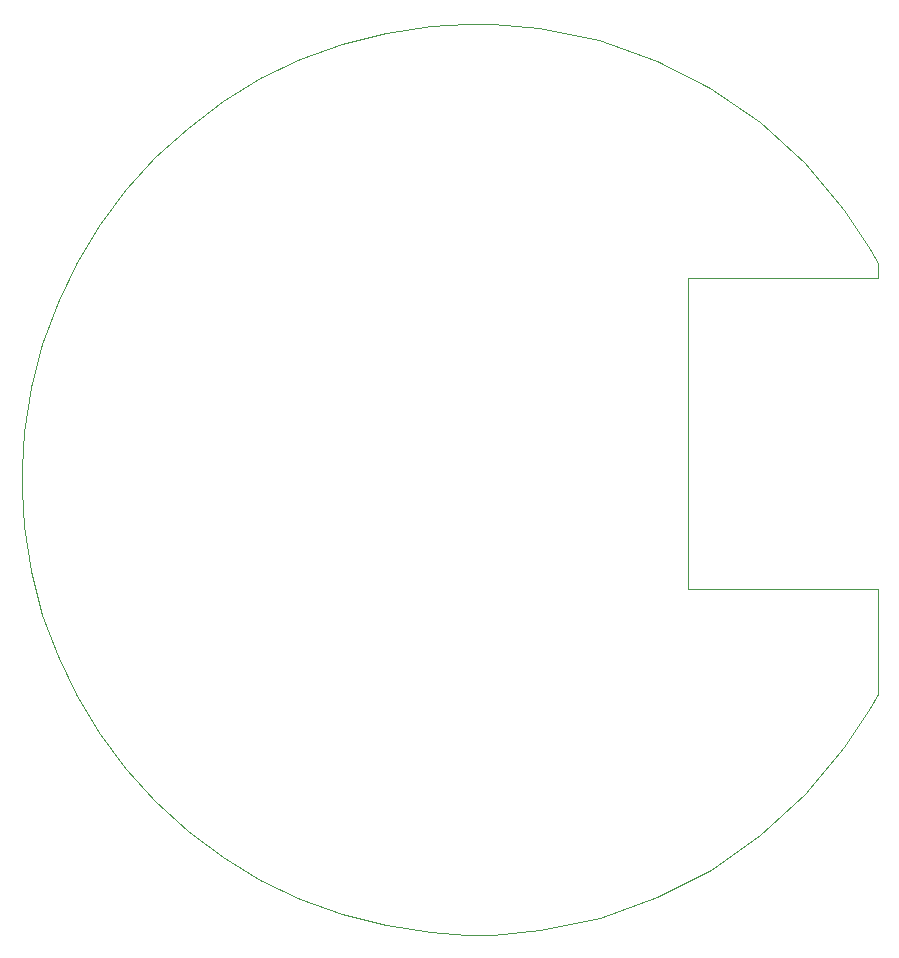
<source format=gm1>
G04 #@! TF.FileFunction,Profile,NP*
%FSLAX46Y46*%
G04 Gerber Fmt 4.6, Leading zero omitted, Abs format (unit mm)*
G04 Created by KiCad (PCBNEW 4.0.5-e0-6337~49~ubuntu16.04.1) date Wed Jan 25 22:29:53 2017*
%MOMM*%
%LPD*%
G01*
G04 APERTURE LIST*
%ADD10C,0.100000*%
G04 APERTURE END LIST*
D10*
X159882078Y-56876696D02*
X158572962Y-56875172D01*
X163812474Y-57241694D02*
X159882078Y-56876696D01*
X168886378Y-58300112D02*
X163812474Y-57241694D01*
X173729904Y-60011818D02*
X168886378Y-58300112D01*
X178287172Y-62341760D02*
X173729904Y-60011818D01*
X182495952Y-65253616D02*
X178287172Y-62341760D01*
X186296300Y-68711318D02*
X182495952Y-65253616D01*
X189628272Y-72680068D02*
X186296300Y-68711318D01*
X191811148Y-75969368D02*
X189628272Y-72680068D01*
X192434210Y-77122782D02*
X191811148Y-75969368D01*
X192434210Y-78443074D02*
X192434210Y-77122782D01*
X176415700Y-78443074D02*
X192434210Y-78443074D01*
X176415700Y-104756458D02*
X176415700Y-78443074D01*
X192434210Y-104756458D02*
X176415700Y-104756458D01*
X192434210Y-113679402D02*
X192434210Y-104756458D01*
X191814196Y-114835584D02*
X192434210Y-113679402D01*
X189636654Y-118134587D02*
X191814196Y-114835584D01*
X186308746Y-122115758D02*
X189636654Y-118134587D01*
X182510938Y-125585652D02*
X186308746Y-122115758D01*
X178303682Y-128509852D02*
X182510938Y-125585652D01*
X173745144Y-130849751D02*
X178303682Y-128509852D01*
X168897300Y-132572300D02*
X173745144Y-130849751D01*
X163819078Y-133637525D02*
X168897300Y-132572300D01*
X159883602Y-134009595D02*
X163819078Y-133637525D01*
X158572962Y-134013730D02*
X159883602Y-134009595D01*
X157586172Y-134013730D02*
X158572962Y-134013730D01*
X154628850Y-133813913D02*
X157586172Y-134013730D01*
X150799546Y-133229624D02*
X154628850Y-133813913D01*
X147102068Y-132278780D02*
X150799546Y-133229624D01*
X143559225Y-130982060D02*
X147102068Y-132278780D01*
X140187147Y-129358720D02*
X143559225Y-130982060D01*
X137008032Y-127426720D02*
X140187147Y-129358720D01*
X134038365Y-125206684D02*
X137008032Y-127426720D01*
X131298798Y-122716569D02*
X134038365Y-125206684D01*
X128810055Y-119978424D02*
X131298798Y-122716569D01*
X126590069Y-117008732D02*
X128810055Y-119978424D01*
X124658044Y-113829617D02*
X126590069Y-117008732D01*
X123033333Y-110457539D02*
X124658044Y-113829617D01*
X121736612Y-106914696D02*
X123033333Y-110457539D01*
X120785763Y-103217218D02*
X121736612Y-106914696D01*
X120201474Y-99387660D02*
X120785763Y-103217218D01*
X120003037Y-96430338D02*
X120201474Y-99387660D01*
X120003037Y-95445072D02*
X120003037Y-96430338D01*
X120003037Y-94458282D02*
X120003037Y-95445072D01*
X120201474Y-91501468D02*
X120003037Y-94458282D01*
X120785763Y-87671656D02*
X120201474Y-91501468D01*
X121736612Y-83974432D02*
X120785763Y-87671656D01*
X123033333Y-80431640D02*
X121736612Y-83974432D01*
X124658044Y-77059282D02*
X123033333Y-80431640D01*
X126590069Y-73880218D02*
X124658044Y-77059282D01*
X128810055Y-70910450D02*
X126590069Y-73880218D01*
X131298798Y-68171060D02*
X128810055Y-70910450D01*
X134038365Y-65682368D02*
X131298798Y-68171060D01*
X137008032Y-63462154D02*
X134038365Y-65682368D01*
X140187147Y-61530484D02*
X137008032Y-63462154D01*
X143559225Y-59905646D02*
X140187147Y-61530484D01*
X147102068Y-58608722D02*
X143559225Y-59905646D01*
X150799546Y-57658000D02*
X147102068Y-58608722D01*
X154628850Y-57073800D02*
X150799546Y-57658000D01*
X157586172Y-56875172D02*
X154628850Y-57073800D01*
X158572962Y-56875172D02*
X157586172Y-56875172D01*
M02*

</source>
